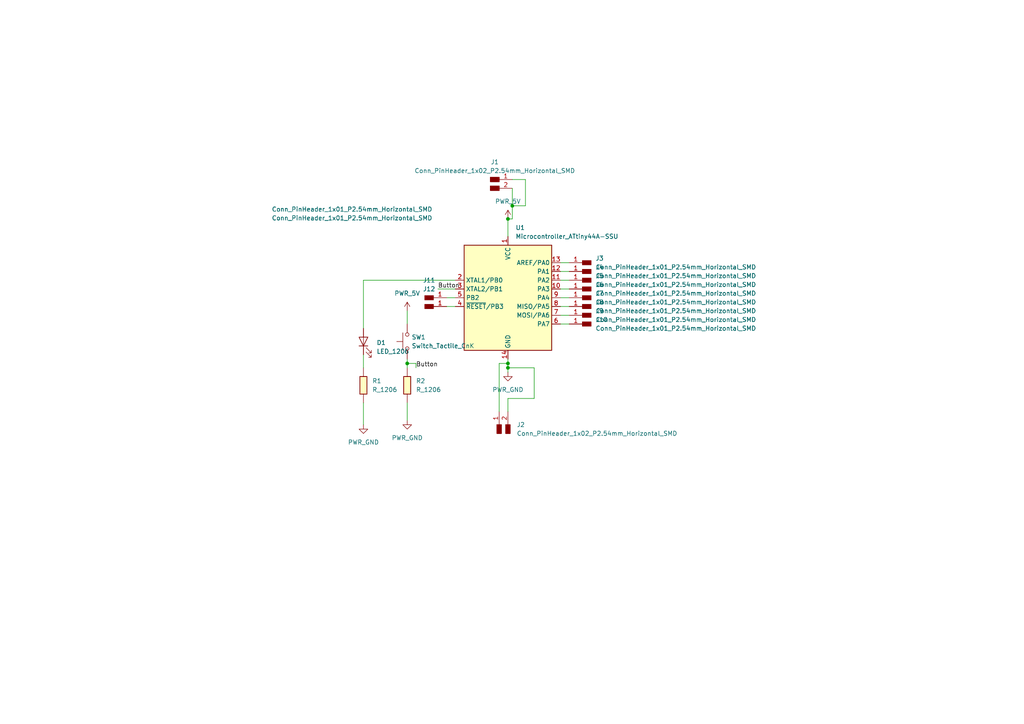
<source format=kicad_sch>
(kicad_sch (version 20231120) (generator "eeschema") (generator_version "8.0")
  (paper "A4")
  (lib_symbols
    (symbol "Fab:Conn_PinHeader_1x01_P2.54mm_Horizontal_SMD" (pin_names (offset 1.016) hide)
      (property "Reference" "J" (at 0 2.54 0))
      (property "Value" "Conn_PinHeader_1x01_P2.54mm_Horizontal_SMD" (at 0 -2.54 0))
      (symbol "Conn_PinHeader_1x01_P2.54mm_Horizontal_SMD_1_1"
        (rectangle (start -1.27 0.635) (end 1.27 -0.635) (stroke (width 0.1524)) (fill (type outline)))
        (pin passive line (at 5.08 0 180) (length 3.81) (name "Pin_1") (number "1"))
      )
    )
    (symbol "Fab:Conn_PinHeader_1x02_P2.54mm_Horizontal_SMD" (pin_names hide)
      (property "Reference" "J" (at 0 2.54 0))
      (property "Value" "Conn_PinHeader_1x02_P2.54mm_Horizontal_SMD" (at 0 -5.08 0))
      (symbol "Conn_PinHeader_1x02_P2.54mm_Horizontal_SMD_1_1"
        (rectangle (start -1.27 -1.905) (end 1.27 -3.175) (stroke (width 0.254)) (fill (type outline)))
        (rectangle (start -1.27 0.635) (end 1.27 -0.635) (stroke (width 0.254)) (fill (type outline)))
        (pin passive line (at 5.08 0 180) (length 3.81) (name "Pin_1") (number "1"))
        (pin passive line (at 5.08 -2.54 180) (length 3.81) (name "Pin_2") (number "2"))
      )
    )
    (symbol "Fab:LED_1206" (pin_numbers hide) (pin_names (offset 1.016) hide)
      (property "Reference" "D" (at 0 2.54 0))
      (property "Value" "LED_1206" (at 0 -2.54 0))
      (symbol "LED_1206_0_1"
        (polyline (pts (xy -1.27 -1.27) (xy -1.27 1.27)) (stroke (width 0.2032)))
        (polyline (pts (xy -1.27 0) (xy 1.27 0)))
        (polyline (pts (xy 1.27 -1.27) (xy 1.27 1.27) (xy -1.27 0) (xy 1.27 -1.27)) (stroke (width 0.2032)))
        (polyline (pts (xy -3.048 -0.762) (xy -4.572 -2.286) (xy -3.81 -2.286) (xy -4.572 -2.286) (xy -4.572 -1.524)))
        (polyline (pts (xy -1.778 -0.762) (xy -3.302 -2.286) (xy -2.54 -2.286) (xy -3.302 -2.286) (xy -3.302 -1.524)))
      )
      (symbol "LED_1206_1_1"
        (pin passive line (at -3.81 0 0) (length 2.54) (name "K") (number "1"))
        (pin passive line (at 3.81 0 180) (length 2.54) (name "A") (number "2"))
      )
    )
    (symbol "Fab:Microcontroller_ATtiny44A-SSU"
      (property "Reference" "U" (at -12.7 17.78 0))
      (property "Value" "Microcontroller_ATtiny44A-SSU" (at 2.54 17.78 0))
      (symbol "Microcontroller_ATtiny44A-SSU_0_1"
        (rectangle (start -12.7 -15.24) (end 12.7 15.24) (stroke (width 0.254)) (fill (type background)))
      )
      (symbol "Microcontroller_ATtiny44A-SSU_1_1"
        (pin power_in line (at 0 17.78 270) (length 2.54) (name "VCC") (number "1"))
        (pin bidirectional line (at 15.24 2.54 180) (length 2.54) (name "PA3") (number "10"))
        (pin bidirectional line (at 15.24 5.08 180) (length 2.54) (name "PA2") (number "11"))
        (pin bidirectional line (at 15.24 7.62 180) (length 2.54) (name "PA1") (number "12"))
        (pin bidirectional line (at 15.24 10.16 180) (length 2.54) (name "AREF/PA0") (number "13"))
        (pin power_in line (at 0 -17.78 90) (length 2.54) (name "GND") (number "14"))
        (pin bidirectional line (at -15.24 5.08 0) (length 2.54) (name "XTAL1/PB0") (number "2"))
        (pin bidirectional line (at -15.24 2.54 0) (length 2.54) (name "XTAL2/PB1") (number "3"))
        (pin bidirectional line (at -15.24 -2.54 0) (length 2.54) (name "~{RESET}/PB3") (number "4"))
        (pin bidirectional line (at -15.24 0 0) (length 2.54) (name "PB2") (number "5"))
        (pin bidirectional line (at 15.24 -7.62 180) (length 2.54) (name "PA7") (number "6"))
        (pin bidirectional line (at 15.24 -5.08 180) (length 2.54) (name "MOSI/PA6") (number "7"))
        (pin bidirectional line (at 15.24 -2.54 180) (length 2.54) (name "MISO/PA5") (number "8"))
        (pin bidirectional line (at 15.24 0 180) (length 2.54) (name "PA4") (number "9"))
      )
    )
    (symbol "Fab:PWR_5V" (power) (pin_names (offset 0))
      (property "Value" "PWR_5V" (at 0 3.556 0))
      (symbol "PWR_5V_0_1"
        (polyline (pts (xy -0.762 1.27) (xy 0 2.54)))
        (polyline (pts (xy 0 0) (xy 0 2.54)))
        (polyline (pts (xy 0 2.54) (xy 0.762 1.27)))
      )
      (symbol "PWR_5V_1_1"
        (pin power_in line (at 0 0 90) (length 0) hide (name "PWR_5V") (number "1"))
      )
    )
    (symbol "Fab:PWR_GND" (power) (pin_names (offset 0))
      (property "Value" "PWR_GND" (at 0 -3.81 0))
      (symbol "PWR_GND_0_1"
        (polyline (pts (xy 0 0) (xy 0 -1.27) (xy 1.27 -1.27) (xy 0 -2.54) (xy -1.27 -1.27) (xy 0 -1.27)))
      )
      (symbol "PWR_GND_1_1"
        (pin power_in line (at 0 0 270) (length 0) hide (name "PWR_GND") (number "1"))
      )
    )
    (symbol "Fab:R_1206" (pin_numbers hide) (pin_names (offset 0))
      (property "Reference" "R" (at 2.54 0 90))
      (property "Value" "R_1206" (at -2.54 0 90))
      (symbol "R_1206_0_1"
        (rectangle (start -1.016 -2.54) (end 1.016 2.54) (stroke (width 0.254)) (fill (type background)))
      )
      (symbol "R_1206_1_1"
        (pin passive line (at 0 5.08 270) (length 2.54) (name "~") (number "1"))
        (pin passive line (at 0 -5.08 90) (length 2.54) (name "~") (number "2"))
      )
    )
    (symbol "Fab:Switch_Tactile_CnK" (pin_numbers hide) (pin_names (offset 1.016) hide)
      (property "Reference" "SW" (at 1.27 3.81 0))
      (property "Value" "Switch_Tactile_CnK" (at 0 0 0))
      (symbol "Switch_Tactile_CnK_0_1"
        (circle (center -2.032 0) (radius 0.508))
        (polyline (pts (xy 0 1.27) (xy 0 3.048)))
        (polyline (pts (xy 2.54 1.27) (xy -2.54 1.27)))
        (circle (center 2.032 0) (radius 0.508))
        (pin passive line (at -5.08 0 0) (length 2.54) (name "1") (number "1"))
        (pin passive line (at 5.08 0 180) (length 2.54) (name "2") (number "2"))
      )
    )
  )
  (junction (at 147.32 106.68))
  (junction (at 147.32 105.41))
  (junction (at 147.32 63.5))
  (junction (at 148.59 59.69))
  (junction (at 118.11 105.41))
  (wire (pts (xy 118.11 105.41) (xy 120.65 105.41)))
  (wire (pts (xy 120.65 105.41) (xy 120.65 106.68)))
  (wire (pts (xy 118.11 104.14) (xy 118.11 105.41)))
  (wire (pts (xy 162.56 83.82) (xy 165.1 83.82)))
  (wire (pts (xy 152.4 52.07) (xy 152.4 59.69)))
  (wire (pts (xy 118.11 90.17) (xy 118.11 93.98)))
  (wire (pts (xy 147.32 119.38) (xy 147.32 115.57)))
  (wire (pts (xy 148.59 54.61) (xy 148.59 59.69)))
  (wire (pts (xy 144.78 119.38) (xy 144.78 105.41)))
  (wire (pts (xy 152.4 59.69) (xy 148.59 59.69)))
  (wire (pts (xy 118.11 116.84) (xy 118.11 121.92)))
  (wire (pts (xy 144.78 105.41) (xy 147.32 105.41)))
  (wire (pts (xy 118.11 105.41) (xy 118.11 106.68)))
  (wire (pts (xy 148.59 59.69) (xy 148.59 63.5)))
  (wire (pts (xy 105.41 81.28) (xy 105.41 95.25)))
  (wire (pts (xy 147.32 106.68) (xy 154.94 106.68)))
  (wire (pts (xy 162.56 91.44) (xy 165.1 91.44)))
  (wire (pts (xy 105.41 102.87) (xy 105.41 106.68)))
  (wire (pts (xy 147.32 104.14) (xy 147.32 105.41)))
  (wire (pts (xy 162.56 81.28) (xy 165.1 81.28)))
  (wire (pts (xy 147.32 106.68) (xy 147.32 107.95)))
  (wire (pts (xy 148.59 63.5) (xy 147.32 63.5)))
  (wire (pts (xy 129.54 88.9) (xy 132.08 88.9)))
  (wire (pts (xy 162.56 88.9) (xy 165.1 88.9)))
  (wire (pts (xy 147.32 115.57) (xy 154.94 115.57)))
  (wire (pts (xy 148.59 52.07) (xy 152.4 52.07)))
  (wire (pts (xy 162.56 93.98) (xy 165.1 93.98)))
  (wire (pts (xy 147.32 63.5) (xy 147.32 68.58)))
  (wire (pts (xy 162.56 86.36) (xy 165.1 86.36)))
  (wire (pts (xy 162.56 76.2) (xy 165.1 76.2)))
  (wire (pts (xy 162.56 78.74) (xy 165.1 78.74)))
  (wire (pts (xy 154.94 106.68) (xy 154.94 115.57)))
  (wire (pts (xy 147.32 105.41) (xy 147.32 106.68)))
  (wire (pts (xy 127 83.82) (xy 132.08 83.82)))
  (wire (pts (xy 105.41 116.84) (xy 105.41 123.19)))
  (wire (pts (xy 132.08 81.28) (xy 105.41 81.28)))
  (wire (pts (xy 129.54 86.36) (xy 132.08 86.36)))
  (label "Button" (at 127 83.82 0))
  (label "Button" (at 120.65 106.68 0))
  (symbol (lib_id "Fab:PWR_GND") (at 105.41 123.19 0) (unit 1)
    (property "Reference" "#PWR03" (effects (hide yes)))
    (property "Value" "PWR_GND" (at 105.41 128.27 0))
    (property "Description" "Power symbol creates a global label with name \"GND\" , ground" (effects (hide yes)))
  )
  (symbol (lib_id "Fab:Conn_PinHeader_1x01_P2.54mm_Horizontal_SMD") (at 170.18 81.28 180) (unit 1)
    (property "Reference" "J5" (at 172.72 80.0099 0) (effects (justify right)))
    (property "Value" "Conn_PinHeader_1x01_P2.54mm_Horizontal_SMD" (at 172.72 82.5499 0) (effects (justify right)))
    (property "Footprint" "fab:PinHeader_1x01_P2.54mm_Horizontal_SMD" (effects (hide yes)))
    (property "Description" "Connector pin header 2.54mm pitch horizontal SMD" (effects (hide yes)))
  )
  (symbol (lib_id "Fab:Conn_PinHeader_1x01_P2.54mm_Horizontal_SMD") (at 170.18 86.36 180) (unit 1)
    (property "Reference" "J7" (at 172.72 85.0899 0) (effects (justify right)))
    (property "Value" "Conn_PinHeader_1x01_P2.54mm_Horizontal_SMD" (at 172.72 87.6299 0) (effects (justify right)))
    (property "Footprint" "fab:PinHeader_1x01_P2.54mm_Horizontal_SMD" (effects (hide yes)))
    (property "Description" "Connector pin header 2.54mm pitch horizontal SMD" (effects (hide yes)))
  )
  (symbol (lib_id "Fab:Microcontroller_ATtiny44A-SSU") (at 147.32 86.36 0) (unit 1)
    (property "Reference" "U1" (at 149.5141 66.04 0) (effects (justify left)))
    (property "Value" "Microcontroller_ATtiny44A-SSU" (at 149.5141 68.58 0) (effects (justify left)))
    (property "Footprint" "fab:SOIC-14_3.9x8.7mm_P1.27mm" (effects (hide yes)))
    (property "Datasheet" "http://ww1.microchip.com/downloads/en/DeviceDoc/doc8183.pdf" (effects (hide yes)))
    (property "Description" "AVR AVR® ATtiny Microcontroller IC 8-Bit 20MHz 4KB (2K x 16) FLASH 14-SOIC" (effects (hide yes)))
  )
  (symbol (lib_id "Fab:Conn_PinHeader_1x01_P2.54mm_Horizontal_SMD") (at 170.18 93.98 180) (unit 1)
    (property "Reference" "J10" (at 172.72 92.7099 0) (effects (justify right)))
    (property "Value" "Conn_PinHeader_1x01_P2.54mm_Horizontal_SMD" (at 172.72 95.2499 0) (effects (justify right)))
    (property "Footprint" "fab:PinHeader_1x01_P2.54mm_Horizontal_SMD" (effects (hide yes)))
    (property "Description" "Connector pin header 2.54mm pitch horizontal SMD" (effects (hide yes)))
  )
  (symbol (lib_id "Fab:PWR_GND") (at 147.32 107.95 0) (unit 1)
    (property "Reference" "#PWR02" (effects (hide yes)))
    (property "Value" "PWR_GND" (at 147.32 113.03 0))
    (property "Description" "Power symbol creates a global label with name \"GND\" , ground" (effects (hide yes)))
  )
  (symbol (lib_id "Fab:Conn_PinHeader_1x01_P2.54mm_Horizontal_SMD") (at 124.46 86.36 0) (unit 1)
    (property "Reference" "J11" (at 124.46 81.28 0))
    (property "Value" "Conn_PinHeader_1x01_P2.54mm_Horizontal_SMD" (at 102.108 60.706 0))
    (property "Footprint" "fab:PinHeader_1x01_P2.54mm_Horizontal_SMD" (effects (hide yes)))
    (property "Description" "Connector pin header 2.54mm pitch horizontal SMD" (effects (hide yes)))
  )
  (symbol (lib_id "Fab:Conn_PinHeader_1x01_P2.54mm_Horizontal_SMD") (at 170.18 76.2 180) (unit 1)
    (property "Reference" "J3" (at 172.72 74.9299 0) (effects (justify right)))
    (property "Value" "Conn_PinHeader_1x01_P2.54mm_Horizontal_SMD" (at 172.72 77.4699 0) (effects (justify right)))
    (property "Footprint" "fab:PinHeader_1x01_P2.54mm_Horizontal_SMD" (effects (hide yes)))
    (property "Description" "Connector pin header 2.54mm pitch horizontal SMD" (effects (hide yes)))
  )
  (symbol (lib_id "Fab:Conn_PinHeader_1x01_P2.54mm_Horizontal_SMD") (at 170.18 78.74 180) (unit 1)
    (property "Reference" "J4" (at 172.72 77.4699 0) (effects (justify right)))
    (property "Value" "Conn_PinHeader_1x01_P2.54mm_Horizontal_SMD" (at 172.72 80.0099 0) (effects (justify right)))
    (property "Footprint" "fab:PinHeader_1x01_P2.54mm_Horizontal_SMD" (effects (hide yes)))
    (property "Description" "Connector pin header 2.54mm pitch horizontal SMD" (effects (hide yes)))
  )
  (symbol (lib_id "Fab:PWR_GND") (at 118.11 121.92 0) (unit 1)
    (property "Reference" "#PWR04" (effects (hide yes)))
    (property "Value" "PWR_GND" (at 118.11 127 0))
    (property "Description" "Power symbol creates a global label with name \"GND\" , ground" (effects (hide yes)))
  )
  (symbol (lib_id "Fab:Switch_Tactile_CnK") (at 118.11 99.06 90) (unit 1)
    (property "Reference" "SW1" (at 119.38 97.7899 90) (effects (justify right)))
    (property "Value" "Switch_Tactile_CnK" (at 119.38 100.3299 90) (effects (justify right)))
    (property "Footprint" "fab:Button_CnK_PTS636.0_6x3.5mm" (effects (hide yes)))
    (property "Datasheet" "https://www.ckswitches.com/media/2779/pts636.pdf" (effects (hide yes)))
    (property "Description" "Push button switch, C&K PTS636 SM25F SMTR LFS, Tactile Switch SPST-NO Top Actuated Surface Mount" (effects (hide yes)))
  )
  (symbol (lib_id "Fab:PWR_5V") (at 147.32 63.5 0) (unit 1)
    (property "Reference" "#PWR01" (effects (hide yes)))
    (property "Value" "PWR_5V" (at 147.32 58.42 0))
    (property "Description" "Power symbol creates a global label with name \"+5V\"" (effects (hide yes)))
  )
  (symbol (lib_id "Fab:Conn_PinHeader_1x01_P2.54mm_Horizontal_SMD") (at 170.18 88.9 180) (unit 1)
    (property "Reference" "J8" (at 172.72 87.6299 0) (effects (justify right)))
    (property "Value" "Conn_PinHeader_1x01_P2.54mm_Horizontal_SMD" (at 172.72 90.1699 0) (effects (justify right)))
    (property "Footprint" "fab:PinHeader_1x01_P2.54mm_Horizontal_SMD" (effects (hide yes)))
    (property "Description" "Connector pin header 2.54mm pitch horizontal SMD" (effects (hide yes)))
  )
  (symbol (lib_id "Fab:Conn_PinHeader_1x01_P2.54mm_Horizontal_SMD") (at 170.18 83.82 180) (unit 1)
    (property "Reference" "J6" (at 172.72 82.5499 0) (effects (justify right)))
    (property "Value" "Conn_PinHeader_1x01_P2.54mm_Horizontal_SMD" (at 172.72 85.0899 0) (effects (justify right)))
    (property "Footprint" "fab:PinHeader_1x01_P2.54mm_Horizontal_SMD" (effects (hide yes)))
    (property "Description" "Connector pin header 2.54mm pitch horizontal SMD" (effects (hide yes)))
  )
  (symbol (lib_id "Fab:LED_1206") (at 105.41 99.06 90) (unit 1)
    (property "Reference" "D1" (at 109.22 99.3901 90) (effects (justify right)))
    (property "Value" "LED_1206" (at 109.22 101.9301 90) (effects (justify right)))
    (property "Footprint" "fab:LED_1206" (effects (hide yes)))
    (property "Datasheet" "https://optoelectronics.liteon.com/upload/download/DS-22-98-0002/LTST-C150CKT.pdf" (effects (hide yes)))
    (property "Description" "Light emitting diode, Lite-On Inc. LTST, SMD" (effects (hide yes)))
  )
  (symbol (lib_id "Fab:PWR_5V") (at 118.11 90.17 0) (unit 1)
    (property "Reference" "#PWR05" (effects (hide yes)))
    (property "Value" "PWR_5V" (at 118.11 85.09 0))
    (property "Description" "Power symbol creates a global label with name \"+5V\"" (effects (hide yes)))
  )
  (symbol (lib_id "Fab:Conn_PinHeader_1x02_P2.54mm_Horizontal_SMD") (at 144.78 124.46 90) (unit 1)
    (property "Reference" "J2" (at 149.86 123.1899 90) (effects (justify right)))
    (property "Value" "Conn_PinHeader_1x02_P2.54mm_Horizontal_SMD" (at 149.86 125.7299 90) (effects (justify right)))
    (property "Footprint" "fab:PinHeader_1x02_P2.54mm_Horizontal_SMD" (effects (hide yes)))
    (property "Description" "Male connector, single row" (effects (hide yes)))
  )
  (symbol (lib_id "Fab:R_1206") (at 118.11 111.76 0) (unit 1)
    (property "Reference" "R2" (at 120.65 110.4899 0) (effects (justify left)))
    (property "Value" "R_1206" (at 120.65 113.0299 0) (effects (justify left)))
    (property "Footprint" "fab:R_1206" (effects (hide yes)))
    (property "Description" "Resistor" (effects (hide yes)))
  )
  (symbol (lib_id "Fab:Conn_PinHeader_1x02_P2.54mm_Horizontal_SMD") (at 143.51 52.07 0) (unit 1)
    (property "Reference" "J1" (at 143.51 46.99 0))
    (property "Value" "Conn_PinHeader_1x02_P2.54mm_Horizontal_SMD" (at 143.51 49.53 0))
    (property "Footprint" "fab:PinHeader_1x02_P2.54mm_Horizontal_SMD" (effects (hide yes)))
    (property "Description" "Male connector, single row" (effects (hide yes)))
  )
  (symbol (lib_id "Fab:Conn_PinHeader_1x01_P2.54mm_Horizontal_SMD") (at 124.46 88.9 0) (unit 1)
    (property "Reference" "J12" (at 124.46 83.82 0))
    (property "Value" "Conn_PinHeader_1x01_P2.54mm_Horizontal_SMD" (at 102.108 63.246 0))
    (property "Footprint" "fab:PinHeader_1x01_P2.54mm_Horizontal_SMD" (effects (hide yes)))
    (property "Description" "Connector pin header 2.54mm pitch horizontal SMD" (effects (hide yes)))
  )
  (symbol (lib_id "Fab:R_1206") (at 105.41 111.76 0) (unit 1)
    (property "Reference" "R1" (at 107.95 110.4899 0) (effects (justify left)))
    (property "Value" "R_1206" (at 107.95 113.0299 0) (effects (justify left)))
    (property "Footprint" "fab:R_1206" (effects (hide yes)))
    (property "Description" "Resistor" (effects (hide yes)))
  )
  (symbol (lib_id "Fab:Conn_PinHeader_1x01_P2.54mm_Horizontal_SMD") (at 170.18 91.44 180) (unit 1)
    (property "Reference" "J9" (at 172.72 90.1699 0) (effects (justify right)))
    (property "Value" "Conn_PinHeader_1x01_P2.54mm_Horizontal_SMD" (at 172.72 92.7099 0) (effects (justify right)))
    (property "Footprint" "fab:PinHeader_1x01_P2.54mm_Horizontal_SMD" (effects (hide yes)))
    (property "Description" "Connector pin header 2.54mm pitch horizontal SMD" (effects (hide yes)))
  )
)
</source>
